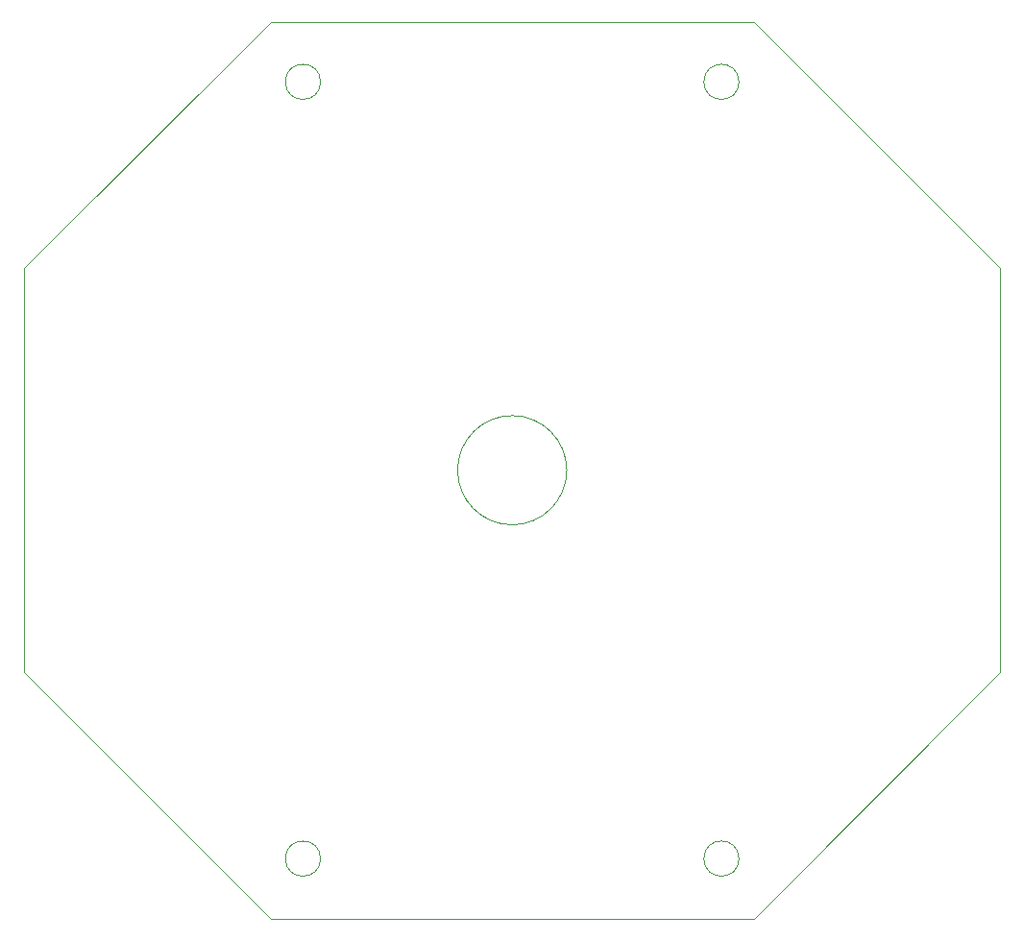
<source format=gbr>
%TF.GenerationSoftware,KiCad,Pcbnew,6.0.1*%
%TF.CreationDate,2022-02-10T22:23:25-06:00*%
%TF.ProjectId,COTS_TELEM,434f5453-5f54-4454-9c45-4d2e6b696361,rev?*%
%TF.SameCoordinates,Original*%
%TF.FileFunction,Profile,NP*%
%FSLAX46Y46*%
G04 Gerber Fmt 4.6, Leading zero omitted, Abs format (unit mm)*
G04 Created by KiCad (PCBNEW 6.0.1) date 2022-02-10 22:23:25*
%MOMM*%
%LPD*%
G01*
G04 APERTURE LIST*
%TA.AperFunction,Profile*%
%ADD10C,0.010000*%
%TD*%
G04 APERTURE END LIST*
D10*
X-42988115Y-17806260D02*
X-21287337Y-39530000D01*
X42988115Y-17806260D02*
X42988115Y17806260D01*
X-16892536Y34247282D02*
G75*
G03*
X-16892536Y34247282I-1550000J0D01*
G01*
X-21287337Y39530000D02*
X-42988115Y17806260D01*
X4812500Y0D02*
G75*
G03*
X4812500Y0I-4812500J0D01*
G01*
X-16892536Y-34247282D02*
G75*
G03*
X-16892536Y-34247282I-1550000J0D01*
G01*
X21287337Y-39530000D02*
X42988115Y-17806260D01*
X-42988115Y17806260D02*
X-42988115Y-17806260D01*
X21287337Y-39530000D02*
X-21287337Y-39530000D01*
X19992536Y34247282D02*
G75*
G03*
X19992536Y34247282I-1550000J0D01*
G01*
X42988115Y17806260D02*
X21287337Y39530000D01*
X19992536Y-34247282D02*
G75*
G03*
X19992536Y-34247282I-1550000J0D01*
G01*
X21287337Y39530000D02*
X-21287337Y39530000D01*
M02*

</source>
